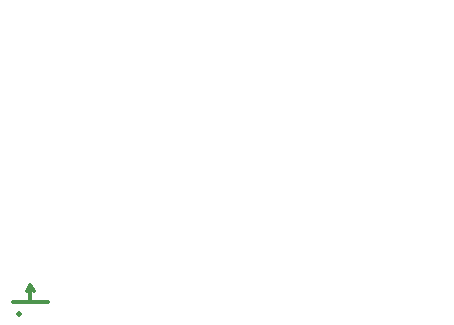
<source format=gbr>
G04 Test: Block apertures with transformations*
G04 Tests LM, LR, LS applied to block apertures*
G04 Based on Gerber spec section 4.9 and 4.11*
%FSLAX26Y26*%
%MOMM*%
%LPD*%
G04 Define a simple draw aperture*
%ADD10C,0.3*%
%ADD11C,0.5*%
G04 Define asymmetric block aperture D12 to show transforms*
%ABD12*%
D10*
G01*
G04 Horizontal line*
X-1500000Y0D02*
X1500000Y0D01*
G04 Vertical arrow pointing up*
X0Y0D02*
X0Y1500000D01*
X-300000Y1000000D01*
X0Y1500000D02*
X300000Y1000000D01*
G04 Small circle at bottom left*
D11*
X-1000000Y-1000000D03*
%AB*%
G04 Flash block with no transformation (reference)*
%LMN*%
%LR0*%
%LS1.0*%
D12*
X5000000Y5000000D03*
G04 Flash block with X mirroring*
%LMX*%
%LR0*%
%LS1.0*%
X15000000Y5000000D03*
G04 Flash block with Y mirroring*
%LMY*%
%LR0*%
%LS1.0*%
X25000000Y5000000D03*
G04 Flash block with XY mirroring*
%LMXY*%
%LR0*%
%LS1.0*%
X35000000Y5000000D03*
G04 Flash block with 45 degree rotation*
%LMN*%
%LR45*%
%LS1.0*%
X5000000Y15000000D03*
G04 Flash block with 90 degree rotation*
%LMN*%
%LR90*%
%LS1.0*%
X15000000Y15000000D03*
G04 Flash block with 180 degree rotation*
%LMN*%
%LR180*%
%LS1.0*%
X25000000Y15000000D03*
G04 Flash block with 270 degree rotation*
%LMN*%
%LR270*%
%LS1.0*%
X35000000Y15000000D03*
G04 Flash block with 0.5x scaling*
%LMN*%
%LR0*%
%LS0.5*%
X5000000Y25000000D03*
G04 Flash block with 1.5x scaling*
%LMN*%
%LR0*%
%LS1.5*%
X15000000Y25000000D03*
G04 Flash block with 2.0x scaling*
%LMN*%
%LR0*%
%LS2.0*%
X25000000Y25000000D03*
G04 Combined: rotation + scaling + mirror*
%LMX*%
%LR30*%
%LS1.25*%
X35000000Y25000000D03*
G04 Reset transformations*
%LMN*%
%LR0*%
%LS1.0*%
M02*

</source>
